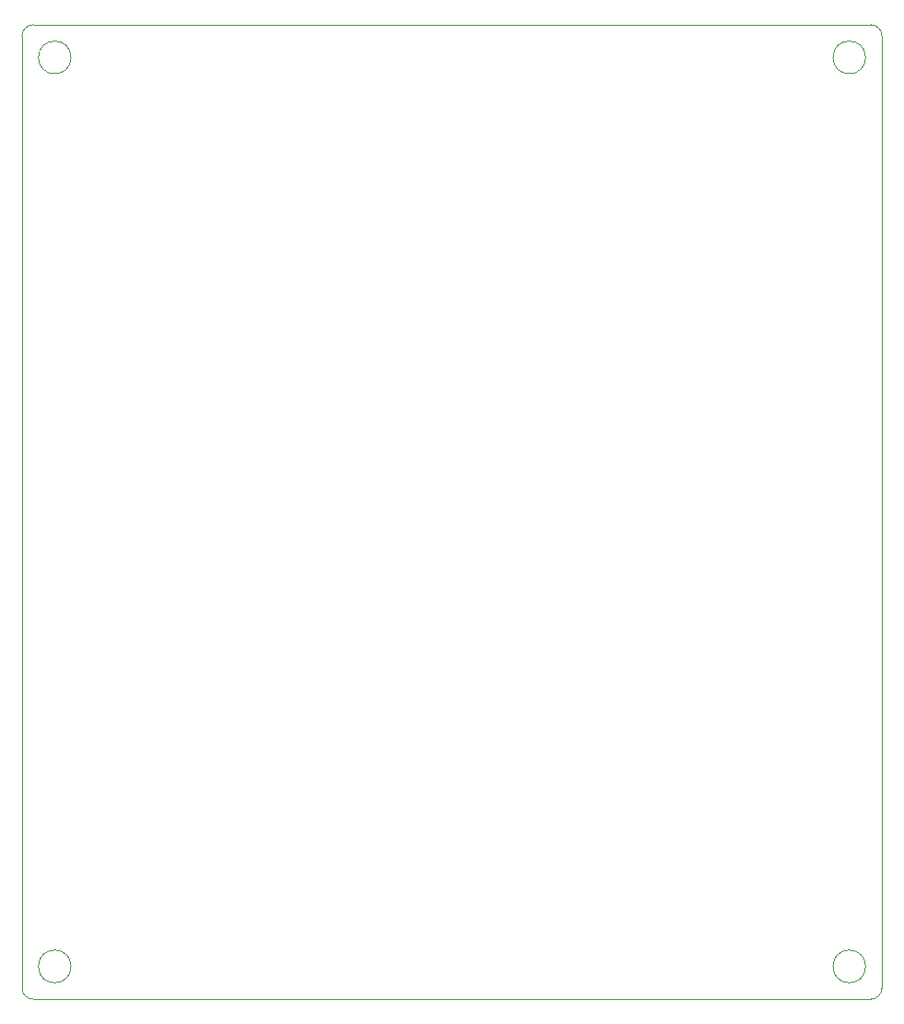
<source format=gm1>
G04 #@! TF.GenerationSoftware,KiCad,Pcbnew,7.0.10*
G04 #@! TF.CreationDate,2024-04-22T09:57:33-04:00*
G04 #@! TF.ProjectId,reflow_oven_board_rev_2,7265666c-6f77-45f6-9f76-656e5f626f61,1.0*
G04 #@! TF.SameCoordinates,Original*
G04 #@! TF.FileFunction,Profile,NP*
%FSLAX46Y46*%
G04 Gerber Fmt 4.6, Leading zero omitted, Abs format (unit mm)*
G04 Created by KiCad (PCBNEW 7.0.10) date 2024-04-22 09:57:33*
%MOMM*%
%LPD*%
G01*
G04 APERTURE LIST*
G04 #@! TA.AperFunction,Profile*
%ADD10C,0.100000*%
G04 #@! TD*
G04 APERTURE END LIST*
D10*
X103750000Y-134000000D02*
G75*
G03*
X104750000Y-135000000I1000000J0D01*
G01*
X104750000Y-45500000D02*
X181750000Y-45500000D01*
X108250000Y-132000000D02*
G75*
G03*
X105250000Y-132000000I-1500000J0D01*
G01*
X105250000Y-132000000D02*
G75*
G03*
X108250000Y-132000000I1500000J0D01*
G01*
X181750000Y-135000000D02*
X104750000Y-135000000D01*
X182750000Y-46500000D02*
X182750000Y-134000000D01*
X104750000Y-45500000D02*
G75*
G03*
X103750000Y-46500000I0J-1000000D01*
G01*
X181750000Y-135000000D02*
G75*
G03*
X182750000Y-134000000I0J1000000D01*
G01*
X181250000Y-132000000D02*
G75*
G03*
X178250000Y-132000000I-1500000J0D01*
G01*
X178250000Y-132000000D02*
G75*
G03*
X181250000Y-132000000I1500000J0D01*
G01*
X182750000Y-46500000D02*
G75*
G03*
X181750000Y-45500000I-1000000J0D01*
G01*
X181250000Y-48500000D02*
G75*
G03*
X178250000Y-48500000I-1500000J0D01*
G01*
X178250000Y-48500000D02*
G75*
G03*
X181250000Y-48500000I1500000J0D01*
G01*
X103750000Y-134000000D02*
X103750000Y-46500000D01*
X108250000Y-48500000D02*
G75*
G03*
X105250000Y-48500000I-1500000J0D01*
G01*
X105250000Y-48500000D02*
G75*
G03*
X108250000Y-48500000I1500000J0D01*
G01*
M02*

</source>
